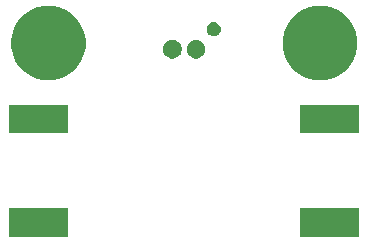
<source format=gbr>
G04 #@! TF.GenerationSoftware,KiCad,Pcbnew,5.0.1-33cea8e~68~ubuntu16.04.1*
G04 #@! TF.CreationDate,2018-11-05T22:20:25+00:00*
G04 #@! TF.ProjectId,pa,70612E6B696361645F70636200000000,rev?*
G04 #@! TF.SameCoordinates,Original*
G04 #@! TF.FileFunction,Soldermask,Bot*
G04 #@! TF.FilePolarity,Negative*
%FSLAX46Y46*%
G04 Gerber Fmt 4.6, Leading zero omitted, Abs format (unit mm)*
G04 Created by KiCad (PCBNEW 5.0.1-33cea8e~68~ubuntu16.04.1) date Mon 05 Nov 2018 10:20:25 PM GMT*
%MOMM*%
%LPD*%
G01*
G04 APERTURE LIST*
%ADD10C,0.100000*%
G04 APERTURE END LIST*
D10*
G36*
X55200000Y-89875000D02*
X50200000Y-89875000D01*
X50200000Y-87475000D01*
X55200000Y-87475000D01*
X55200000Y-89875000D01*
X55200000Y-89875000D01*
G37*
G36*
X79800000Y-89875000D02*
X74800000Y-89875000D01*
X74800000Y-87475000D01*
X79800000Y-87475000D01*
X79800000Y-89875000D01*
X79800000Y-89875000D01*
G37*
G36*
X79800000Y-81125000D02*
X74800000Y-81125000D01*
X74800000Y-78725000D01*
X79800000Y-78725000D01*
X79800000Y-81125000D01*
X79800000Y-81125000D01*
G37*
G36*
X55200000Y-81125000D02*
X50200000Y-81125000D01*
X50200000Y-78725000D01*
X55200000Y-78725000D01*
X55200000Y-81125000D01*
X55200000Y-81125000D01*
G37*
G36*
X76896849Y-70367226D02*
X77418821Y-70471052D01*
X77992085Y-70708506D01*
X78508008Y-71053235D01*
X78946765Y-71491992D01*
X79291494Y-72007915D01*
X79528948Y-72581179D01*
X79650000Y-73189752D01*
X79650000Y-73810248D01*
X79528948Y-74418821D01*
X79291494Y-74992085D01*
X78946765Y-75508008D01*
X78508008Y-75946765D01*
X77992085Y-76291494D01*
X77418821Y-76528948D01*
X76896849Y-76632774D01*
X76810249Y-76650000D01*
X76189751Y-76650000D01*
X76103151Y-76632774D01*
X75581179Y-76528948D01*
X75007915Y-76291494D01*
X74491992Y-75946765D01*
X74053235Y-75508008D01*
X73708506Y-74992085D01*
X73471052Y-74418821D01*
X73350000Y-73810248D01*
X73350000Y-73189752D01*
X73471052Y-72581179D01*
X73708506Y-72007915D01*
X74053235Y-71491992D01*
X74491992Y-71053235D01*
X75007915Y-70708506D01*
X75581179Y-70471052D01*
X76103151Y-70367226D01*
X76189751Y-70350000D01*
X76810249Y-70350000D01*
X76896849Y-70367226D01*
X76896849Y-70367226D01*
G37*
G36*
X53896849Y-70367226D02*
X54418821Y-70471052D01*
X54992085Y-70708506D01*
X55508008Y-71053235D01*
X55946765Y-71491992D01*
X56291494Y-72007915D01*
X56528948Y-72581179D01*
X56650000Y-73189752D01*
X56650000Y-73810248D01*
X56528948Y-74418821D01*
X56291494Y-74992085D01*
X55946765Y-75508008D01*
X55508008Y-75946765D01*
X54992085Y-76291494D01*
X54418821Y-76528948D01*
X53896849Y-76632774D01*
X53810249Y-76650000D01*
X53189751Y-76650000D01*
X53103151Y-76632774D01*
X52581179Y-76528948D01*
X52007915Y-76291494D01*
X51491992Y-75946765D01*
X51053235Y-75508008D01*
X50708506Y-74992085D01*
X50471052Y-74418821D01*
X50350000Y-73810248D01*
X50350000Y-73189752D01*
X50471052Y-72581179D01*
X50708506Y-72007915D01*
X51053235Y-71491992D01*
X51491992Y-71053235D01*
X52007915Y-70708506D01*
X52581179Y-70471052D01*
X53103151Y-70367226D01*
X53189751Y-70350000D01*
X53810249Y-70350000D01*
X53896849Y-70367226D01*
X53896849Y-70367226D01*
G37*
G36*
X64233352Y-73230743D02*
X64378941Y-73291048D01*
X64509973Y-73378601D01*
X64621399Y-73490027D01*
X64708952Y-73621059D01*
X64769257Y-73766648D01*
X64800000Y-73921205D01*
X64800000Y-74078795D01*
X64769257Y-74233352D01*
X64708952Y-74378941D01*
X64621399Y-74509973D01*
X64509973Y-74621399D01*
X64378941Y-74708952D01*
X64233352Y-74769257D01*
X64078795Y-74800000D01*
X63921205Y-74800000D01*
X63766648Y-74769257D01*
X63621059Y-74708952D01*
X63490027Y-74621399D01*
X63378601Y-74509973D01*
X63291048Y-74378941D01*
X63230743Y-74233352D01*
X63200000Y-74078795D01*
X63200000Y-73921205D01*
X63230743Y-73766648D01*
X63291048Y-73621059D01*
X63378601Y-73490027D01*
X63490027Y-73378601D01*
X63621059Y-73291048D01*
X63766648Y-73230743D01*
X63921205Y-73200000D01*
X64078795Y-73200000D01*
X64233352Y-73230743D01*
X64233352Y-73230743D01*
G37*
G36*
X66233352Y-73230743D02*
X66378941Y-73291048D01*
X66509973Y-73378601D01*
X66621399Y-73490027D01*
X66708952Y-73621059D01*
X66769257Y-73766648D01*
X66800000Y-73921205D01*
X66800000Y-74078795D01*
X66769257Y-74233352D01*
X66708952Y-74378941D01*
X66621399Y-74509973D01*
X66509973Y-74621399D01*
X66378941Y-74708952D01*
X66233352Y-74769257D01*
X66078795Y-74800000D01*
X65921205Y-74800000D01*
X65766648Y-74769257D01*
X65621059Y-74708952D01*
X65490027Y-74621399D01*
X65378601Y-74509973D01*
X65291048Y-74378941D01*
X65230743Y-74233352D01*
X65200000Y-74078795D01*
X65200000Y-73921205D01*
X65230743Y-73766648D01*
X65291048Y-73621059D01*
X65378601Y-73490027D01*
X65490027Y-73378601D01*
X65621059Y-73291048D01*
X65766648Y-73230743D01*
X65921205Y-73200000D01*
X66078795Y-73200000D01*
X66233352Y-73230743D01*
X66233352Y-73230743D01*
G37*
G36*
X67675012Y-71723057D02*
X67784207Y-71768287D01*
X67882481Y-71833952D01*
X67966048Y-71917519D01*
X68031713Y-72015793D01*
X68076943Y-72124988D01*
X68100000Y-72240904D01*
X68100000Y-72359096D01*
X68076943Y-72475012D01*
X68031713Y-72584207D01*
X67966048Y-72682481D01*
X67882481Y-72766048D01*
X67784207Y-72831713D01*
X67675012Y-72876943D01*
X67559096Y-72900000D01*
X67440904Y-72900000D01*
X67324988Y-72876943D01*
X67215793Y-72831713D01*
X67117519Y-72766048D01*
X67033952Y-72682481D01*
X66968287Y-72584207D01*
X66923057Y-72475012D01*
X66900000Y-72359096D01*
X66900000Y-72240904D01*
X66923057Y-72124988D01*
X66968287Y-72015793D01*
X67033952Y-71917519D01*
X67117519Y-71833952D01*
X67215793Y-71768287D01*
X67324988Y-71723057D01*
X67440904Y-71700000D01*
X67559096Y-71700000D01*
X67675012Y-71723057D01*
X67675012Y-71723057D01*
G37*
M02*

</source>
